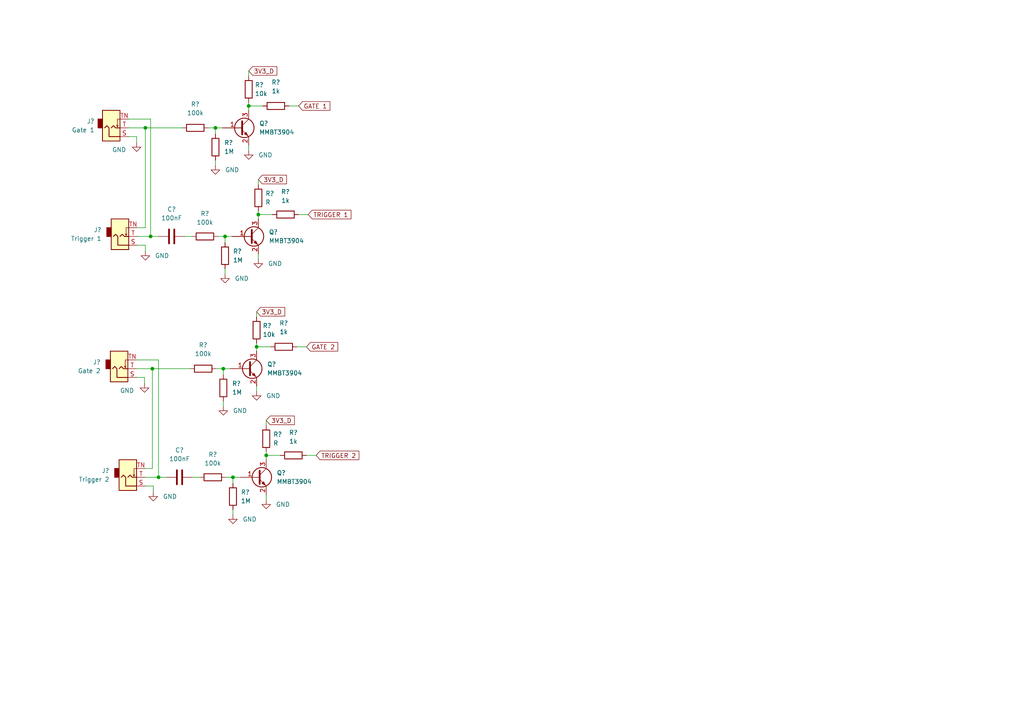
<source format=kicad_sch>
(kicad_sch (version 20211123) (generator eeschema)
  (paper "A4")
  (lib_symbols
    (symbol "Connector:AudioJack2_SwitchT"
      (property "Reference" "J" (at 0 8.89 0))
      (property "Value" "AudioJack2_SwitchT" (at 0 6.35 0))
      (symbol "AudioJack2_SwitchT_0_1"
        (rectangle (start -2.54 0) (end -3.81 -2.54) (stroke (width 0.254)) (fill (type outline)))
        (polyline (pts (xy 1.778 -0.254) (xy 2.032 -0.762)))
        (polyline (pts (xy 0 0) (xy 0.635 -0.635) (xy 1.27 0) (xy 2.54 0)) (stroke (width 0.254)))
        (polyline (pts (xy 2.54 -2.54) (xy 1.778 -2.54) (xy 1.778 -0.254) (xy 1.524 -0.762)))
        (polyline (pts (xy 2.54 2.54) (xy -0.635 2.54) (xy -0.635 0) (xy -1.27 -0.635) (xy -1.905 0)) (stroke (width 0.254)))
        (rectangle (start 2.54 3.81) (end -2.54 -5.08) (stroke (width 0.254)) (fill (type background)))
      )
      (symbol "AudioJack2_SwitchT_1_1"
        (pin passive line (at 5.08 2.54 180) (length 2.54) (name "~") (number "S"))
        (pin passive line (at 5.08 0 180) (length 2.54) (name "~") (number "T"))
        (pin passive line (at 5.08 -2.54 180) (length 2.54) (name "~") (number "TN"))
      )
    )
    (symbol "Device:C" (pin_numbers hide) (pin_names (offset 0.254))
      (property "Reference" "C" (at 0.635 2.54 0))
      (property "Value" "C" (at 0.635 -2.54 0))
      (symbol "C_0_1"
        (polyline (pts (xy -2.032 -0.762) (xy 2.032 -0.762)) (stroke (width 0.508)))
        (polyline (pts (xy -2.032 0.762) (xy 2.032 0.762)) (stroke (width 0.508)))
      )
      (symbol "C_1_1"
        (pin passive line (at 0 3.81 270) (length 2.794) (name "~") (number "1"))
        (pin passive line (at 0 -3.81 90) (length 2.794) (name "~") (number "2"))
      )
    )
    (symbol "Device:R" (pin_numbers hide) (pin_names (offset 0))
      (property "Reference" "R" (at 2.032 0 90))
      (property "Value" "R" (at 0 0 90))
      (symbol "R_0_1"
        (rectangle (start -1.016 -2.54) (end 1.016 2.54) (stroke (width 0.254)))
      )
      (symbol "R_1_1"
        (pin passive line (at 0 3.81 270) (length 1.27) (name "~") (number "1"))
        (pin passive line (at 0 -3.81 90) (length 1.27) (name "~") (number "2"))
      )
    )
    (symbol "Transistor_BJT:MMBT3904" (pin_names (offset 0) hide)
      (property "Reference" "Q" (at 5.08 1.905 0))
      (property "Value" "MMBT3904" (at 5.08 0 0))
      (symbol "MMBT3904_0_1"
        (polyline (pts (xy 0.635 0.635) (xy 2.54 2.54)))
        (polyline (pts (xy 0.635 -0.635) (xy 2.54 -2.54) (xy 2.54 -2.54)))
        (polyline (pts (xy 0.635 1.905) (xy 0.635 -1.905) (xy 0.635 -1.905)) (stroke (width 0.508)))
        (polyline (pts (xy 1.27 -1.778) (xy 1.778 -1.27) (xy 2.286 -2.286) (xy 1.27 -1.778) (xy 1.27 -1.778)) (fill (type outline)))
        (circle (center 1.27 0) (radius 2.8194) (stroke (width 0.254)))
      )
      (symbol "MMBT3904_1_1"
        (pin input line (at -5.08 0 0) (length 5.715) (name "B") (number "1"))
        (pin passive line (at 2.54 -5.08 90) (length 2.54) (name "E") (number "2"))
        (pin passive line (at 2.54 5.08 270) (length 2.54) (name "C") (number "3"))
      )
    )
    (symbol "power:GND" (power) (pin_names (offset 0))
      (property "Value" "GND" (at 0 -3.81 0))
      (symbol "GND_0_1"
        (polyline (pts (xy 0 0) (xy 0 -1.27) (xy 1.27 -1.27) (xy 0 -2.54) (xy -1.27 -1.27) (xy 0 -1.27)))
      )
      (symbol "GND_1_1"
        (pin power_in line (at 0 0 270) (length 0) hide (name "GND") (number "1"))
      )
    )
  )
  (junction (at 65.278 68.58))
  (junction (at 62.484 37.084))
  (junction (at 42.164 37.084))
  (junction (at 64.77 106.934))
  (junction (at 72.136 30.734))
  (junction (at 74.422 100.584))
  (junction (at 74.93 62.23))
  (junction (at 45.974 138.43))
  (junction (at 67.564 138.43))
  (junction (at 44.196 106.934))
  (junction (at 43.688 68.58))
  (junction (at 77.216 132.08))
  (wire (pts (xy 44.45 142.748) (xy 44.45 140.97)))
  (wire (pts (xy 44.196 106.934) (xy 55.118 106.934)))
  (wire (pts (xy 55.88 138.43) (xy 57.912 138.43)))
  (wire (pts (xy 65.278 68.58) (xy 67.31 68.58)))
  (wire (pts (xy 39.624 39.624) (xy 37.338 39.624)))
  (wire (pts (xy 77.216 131.064) (xy 77.216 132.08)))
  (wire (pts (xy 74.93 61.214) (xy 74.93 62.23)))
  (wire (pts (xy 37.338 34.544) (xy 43.688 34.544)))
  (wire (pts (xy 72.136 30.734) (xy 72.136 32.004)))
  (wire (pts (xy 74.422 90.424) (xy 74.422 91.948)))
  (wire (pts (xy 39.624 106.934) (xy 44.196 106.934)))
  (wire (pts (xy 74.93 52.07) (xy 74.93 53.594)))
  (wire (pts (xy 44.45 140.97) (xy 42.164 140.97)))
  (wire (pts (xy 62.484 37.084) (xy 62.484 38.862)))
  (wire (pts (xy 77.216 121.92) (xy 77.216 123.444)))
  (wire (pts (xy 43.688 34.544) (xy 43.688 68.58)))
  (wire (pts (xy 41.91 111.252) (xy 41.91 109.474)))
  (wire (pts (xy 74.422 100.584) (xy 74.422 101.854)))
  (wire (pts (xy 39.878 68.58) (xy 43.688 68.58)))
  (wire (pts (xy 72.136 29.718) (xy 72.136 30.734)))
  (wire (pts (xy 64.77 106.934) (xy 64.77 108.712)))
  (wire (pts (xy 64.77 116.332) (xy 64.77 117.856)))
  (wire (pts (xy 39.878 66.04) (xy 42.164 66.04)))
  (wire (pts (xy 45.974 104.394) (xy 45.974 138.43)))
  (wire (pts (xy 53.594 68.58) (xy 55.626 68.58)))
  (wire (pts (xy 72.136 42.164) (xy 72.136 43.688)))
  (wire (pts (xy 67.564 138.43) (xy 69.596 138.43)))
  (wire (pts (xy 83.82 30.734) (xy 86.614 30.734)))
  (wire (pts (xy 42.164 72.898) (xy 42.164 71.12)))
  (wire (pts (xy 74.422 112.014) (xy 74.422 113.538)))
  (wire (pts (xy 45.974 138.43) (xy 48.26 138.43)))
  (wire (pts (xy 77.216 132.08) (xy 81.28 132.08)))
  (wire (pts (xy 65.278 68.58) (xy 65.278 70.358)))
  (wire (pts (xy 39.624 41.402) (xy 39.624 39.624)))
  (wire (pts (xy 44.196 135.89) (xy 44.196 106.934)))
  (wire (pts (xy 60.452 37.084) (xy 62.484 37.084)))
  (wire (pts (xy 77.216 143.51) (xy 77.216 145.034)))
  (wire (pts (xy 39.624 104.394) (xy 45.974 104.394)))
  (wire (pts (xy 62.484 37.084) (xy 64.516 37.084)))
  (wire (pts (xy 67.564 147.828) (xy 67.564 149.352)))
  (wire (pts (xy 86.614 62.23) (xy 89.408 62.23)))
  (wire (pts (xy 88.9 132.08) (xy 91.694 132.08)))
  (wire (pts (xy 42.164 66.04) (xy 42.164 37.084)))
  (wire (pts (xy 41.91 109.474) (xy 39.624 109.474)))
  (wire (pts (xy 42.164 135.89) (xy 44.196 135.89)))
  (wire (pts (xy 43.688 68.58) (xy 45.974 68.58)))
  (wire (pts (xy 72.136 20.574) (xy 72.136 22.098)))
  (wire (pts (xy 74.422 99.568) (xy 74.422 100.584)))
  (wire (pts (xy 74.93 73.66) (xy 74.93 75.184)))
  (wire (pts (xy 77.216 132.08) (xy 77.216 133.35)))
  (wire (pts (xy 62.484 46.482) (xy 62.484 48.006)))
  (wire (pts (xy 42.164 138.43) (xy 45.974 138.43)))
  (wire (pts (xy 74.422 100.584) (xy 78.486 100.584)))
  (wire (pts (xy 62.738 106.934) (xy 64.77 106.934)))
  (wire (pts (xy 64.77 106.934) (xy 66.802 106.934)))
  (wire (pts (xy 86.106 100.584) (xy 88.9 100.584)))
  (wire (pts (xy 42.164 37.084) (xy 52.832 37.084)))
  (wire (pts (xy 74.93 62.23) (xy 74.93 63.5)))
  (wire (pts (xy 74.93 62.23) (xy 78.994 62.23)))
  (wire (pts (xy 72.136 30.734) (xy 76.2 30.734)))
  (wire (pts (xy 65.532 138.43) (xy 67.564 138.43)))
  (wire (pts (xy 65.278 77.978) (xy 65.278 79.502)))
  (wire (pts (xy 37.338 37.084) (xy 42.164 37.084)))
  (wire (pts (xy 63.246 68.58) (xy 65.278 68.58)))
  (wire (pts (xy 42.164 71.12) (xy 39.878 71.12)))
  (wire (pts (xy 67.564 138.43) (xy 67.564 140.208)))
  (global_label "3V3_D" (shape input) (at 77.216 121.92 0) (property "Intersheet References" "${INTERSHEET_REFS}" (effects hide)))
  (global_label "GATE 2" (shape input) (at 88.9 100.584 0) (property "Intersheet References" "${INTERSHEET_REFS}" (effects hide)))
  (global_label "3V3_D" (shape input) (at 74.93 52.07 0) (property "Intersheet References" "${INTERSHEET_REFS}" (effects hide)))
  (global_label "3V3_D" (shape input) (at 72.136 20.574 0) (property "Intersheet References" "${INTERSHEET_REFS}" (effects hide)))
  (global_label "TRIGGER 2" (shape input) (at 91.694 132.08 0) (property "Intersheet References" "${INTERSHEET_REFS}" (effects hide)))
  (global_label "GATE 1" (shape input) (at 86.614 30.734 0) (property "Intersheet References" "${INTERSHEET_REFS}" (effects hide)))
  (global_label "TRIGGER 1" (shape input) (at 89.408 62.23 0) (property "Intersheet References" "${INTERSHEET_REFS}" (effects hide)))
  (global_label "3V3_D" (shape input) (at 74.422 90.424 0) (property "Intersheet References" "${INTERSHEET_REFS}" (effects hide)))
  (symbol (lib_id "Device:R") (at 65.278 74.168 180) (unit 1)
    (property "Reference" "R?" (at 67.564 72.8979 0) (effects (justify right)))
    (property "Value" "1M" (at 67.564 75.4379 0) (effects (justify right)))
  )
  (symbol (lib_id "Device:R") (at 67.564 144.018 180) (unit 1)
    (property "Reference" "R?" (at 69.85 142.7479 0) (effects (justify right)))
    (property "Value" "1M" (at 69.85 145.2879 0) (effects (justify right)))
  )
  (symbol (lib_id "Device:R") (at 72.136 25.908 180) (unit 1)
    (property "Reference" "R?" (at 73.914 24.6379 0) (effects (justify right)))
    (property "Value" "10k" (at 73.914 27.1779 0) (effects (justify right)))
  )
  (symbol (lib_id "Device:R") (at 82.804 62.23 270) (unit 1)
    (property "Reference" "R?" (at 82.804 55.626 90))
    (property "Value" "1k" (at 82.804 58.166 90))
  )
  (symbol (lib_id "Device:R") (at 77.216 127.254 180) (unit 1)
    (property "Reference" "R?" (at 79.248 125.9839 0) (effects (justify right)))
    (property "Value" "R" (at 79.248 128.5239 0) (effects (justify right)))
  )
  (symbol (lib_id "power:GND") (at 74.422 113.538 0) (unit 1)
    (property "Reference" "#PWR?" (effects hide))
    (property "Value" "GND" (at 77.216 114.8079 0) (effects (justify left)))
  )
  (symbol (lib_id "Device:R") (at 56.642 37.084 90) (unit 1)
    (property "Reference" "R?" (at 56.642 30.226 90))
    (property "Value" "100k" (at 56.642 32.766 90))
  )
  (symbol (lib_id "Device:R") (at 74.422 95.758 180) (unit 1)
    (property "Reference" "R?" (at 76.2 94.4879 0) (effects (justify right)))
    (property "Value" "10k" (at 76.2 97.0279 0) (effects (justify right)))
  )
  (symbol (lib_id "Transistor_BJT:MMBT3904") (at 69.596 37.084 0) (unit 1)
    (property "Reference" "Q?" (at 75.184 35.8139 0) (effects (justify left)))
    (property "Value" "MMBT3904" (at 75.184 38.3539 0) (effects (justify left)))
    (property "Footprint" "Package_TO_SOT_SMD:SOT-23" (effects hide))
    (property "Datasheet" "https://www.onsemi.com/pub/Collateral/2N3903-D.PDF" (effects hide))
  )
  (symbol (lib_id "Device:R") (at 74.93 57.404 180) (unit 1)
    (property "Reference" "R?" (at 76.962 56.1339 0) (effects (justify right)))
    (property "Value" "R" (at 76.962 58.6739 0) (effects (justify right)))
  )
  (symbol (lib_id "Device:R") (at 59.436 68.58 90) (unit 1)
    (property "Reference" "R?" (at 59.436 61.976 90))
    (property "Value" "100k" (at 59.436 64.516 90))
  )
  (symbol (lib_id "power:GND") (at 72.136 43.688 0) (unit 1)
    (property "Reference" "#PWR?" (effects hide))
    (property "Value" "GND" (at 74.93 44.9579 0) (effects (justify left)))
  )
  (symbol (lib_id "power:GND") (at 74.93 75.184 0) (unit 1)
    (property "Reference" "#PWR?" (effects hide))
    (property "Value" "GND" (at 77.724 76.4539 0) (effects (justify left)))
  )
  (symbol (lib_id "power:GND") (at 42.164 72.898 0) (unit 1)
    (property "Reference" "#PWR?" (effects hide))
    (property "Value" "GND" (at 44.958 74.1679 0) (effects (justify left)))
  )
  (symbol (lib_id "power:GND") (at 39.624 41.402 0) (unit 1)
    (property "Reference" "#PWR?" (effects hide))
    (property "Value" "GND" (at 32.512 43.4339 0) (effects (justify left)))
  )
  (symbol (lib_id "power:GND") (at 67.564 149.352 0) (unit 1)
    (property "Reference" "#PWR?" (effects hide))
    (property "Value" "GND" (at 70.358 150.6219 0) (effects (justify left)))
  )
  (symbol (lib_id "Device:R") (at 62.484 42.672 180) (unit 1)
    (property "Reference" "R?" (at 65.024 41.4019 0) (effects (justify right)))
    (property "Value" "1M" (at 65.024 43.9419 0) (effects (justify right)))
  )
  (symbol (lib_id "Connector:AudioJack2_SwitchT") (at 32.258 37.084 0) (mirror x) (unit 1)
    (property "Reference" "J?" (at 27.432 35.1789 0) (effects (justify right)))
    (property "Value" "Gate 1" (at 27.432 37.7189 0) (effects (justify right)))
    (property "Footprint" "Connector_Audio:Jack_3.5mm_QingPu_WQP-PJ398SM_Vertical_CircularHoles" (effects hide))
  )
  (symbol (lib_id "Device:R") (at 80.01 30.734 270) (unit 1)
    (property "Reference" "R?" (at 80.01 23.876 90))
    (property "Value" "1k" (at 80.01 26.416 90))
  )
  (symbol (lib_id "power:GND") (at 65.278 79.502 0) (unit 1)
    (property "Reference" "#PWR?" (effects hide))
    (property "Value" "GND" (at 68.072 80.7719 0) (effects (justify left)))
  )
  (symbol (lib_id "power:GND") (at 62.484 48.006 0) (unit 1)
    (property "Reference" "#PWR?" (effects hide))
    (property "Value" "GND" (at 65.278 49.2759 0) (effects (justify left)))
  )
  (symbol (lib_id "Device:C") (at 49.784 68.58 90) (unit 1)
    (property "Reference" "C?" (at 49.784 60.706 90))
    (property "Value" "100nF" (at 49.784 63.246 90))
  )
  (symbol (lib_id "Transistor_BJT:MMBT3904") (at 72.39 68.58 0) (unit 1)
    (property "Reference" "Q?" (at 77.978 67.3099 0) (effects (justify left)))
    (property "Value" "MMBT3904" (at 77.978 69.8499 0) (effects (justify left)))
    (property "Footprint" "Package_TO_SOT_SMD:SOT-23" (effects hide))
    (property "Datasheet" "https://www.onsemi.com/pub/Collateral/2N3903-D.PDF" (effects hide))
  )
  (symbol (lib_id "Device:C") (at 52.07 138.43 90) (unit 1)
    (property "Reference" "C?" (at 52.07 130.556 90))
    (property "Value" "100nF" (at 52.07 133.096 90))
  )
  (symbol (lib_id "power:GND") (at 64.77 117.856 0) (unit 1)
    (property "Reference" "#PWR?" (effects hide))
    (property "Value" "GND" (at 67.564 119.1259 0) (effects (justify left)))
  )
  (symbol (lib_id "Device:R") (at 82.296 100.584 270) (unit 1)
    (property "Reference" "R?" (at 82.296 93.726 90))
    (property "Value" "1k" (at 82.296 96.266 90))
  )
  (symbol (lib_id "power:GND") (at 41.91 111.252 0) (unit 1)
    (property "Reference" "#PWR?" (effects hide))
    (property "Value" "GND" (at 34.798 113.2839 0) (effects (justify left)))
  )
  (symbol (lib_id "Connector:AudioJack2_SwitchT") (at 34.798 68.58 0) (mirror x) (unit 1)
    (property "Reference" "J?" (at 29.464 66.6749 0) (effects (justify right)))
    (property "Value" "Trigger 1" (at 29.464 69.2149 0) (effects (justify right)))
    (property "Footprint" "Connector_Audio:Jack_3.5mm_QingPu_WQP-PJ398SM_Vertical_CircularHoles" (effects hide))
  )
  (symbol (lib_id "Connector:AudioJack2_SwitchT") (at 37.084 138.43 0) (mirror x) (unit 1)
    (property "Reference" "J?" (at 31.75 136.5249 0) (effects (justify right)))
    (property "Value" "Trigger 2" (at 31.75 139.0649 0) (effects (justify right)))
    (property "Footprint" "Connector_Audio:Jack_3.5mm_QingPu_WQP-PJ398SM_Vertical_CircularHoles" (effects hide))
  )
  (symbol (lib_id "Transistor_BJT:MMBT3904") (at 74.676 138.43 0) (unit 1)
    (property "Reference" "Q?" (at 80.264 137.1599 0) (effects (justify left)))
    (property "Value" "MMBT3904" (at 80.264 139.6999 0) (effects (justify left)))
    (property "Footprint" "Package_TO_SOT_SMD:SOT-23" (effects hide))
    (property "Datasheet" "https://www.onsemi.com/pub/Collateral/2N3903-D.PDF" (effects hide))
  )
  (symbol (lib_id "Transistor_BJT:MMBT3904") (at 71.882 106.934 0) (unit 1)
    (property "Reference" "Q?" (at 77.47 105.6639 0) (effects (justify left)))
    (property "Value" "MMBT3904" (at 77.47 108.2039 0) (effects (justify left)))
    (property "Footprint" "Package_TO_SOT_SMD:SOT-23" (effects hide))
    (property "Datasheet" "https://www.onsemi.com/pub/Collateral/2N3903-D.PDF" (effects hide))
  )
  (symbol (lib_id "power:GND") (at 44.45 142.748 0) (unit 1)
    (property "Reference" "#PWR?" (effects hide))
    (property "Value" "GND" (at 47.244 144.0179 0) (effects (justify left)))
  )
  (symbol (lib_id "Connector:AudioJack2_SwitchT") (at 34.544 106.934 0) (mirror x) (unit 1)
    (property "Reference" "J?" (at 29.21 105.0289 0) (effects (justify right)))
    (property "Value" "Gate 2" (at 29.21 107.5689 0) (effects (justify right)))
    (property "Footprint" "Connector_Audio:Jack_3.5mm_QingPu_WQP-PJ398SM_Vertical_CircularHoles" (effects hide))
  )
  (symbol (lib_id "Device:R") (at 58.928 106.934 90) (unit 1)
    (property "Reference" "R?" (at 58.928 100.076 90))
    (property "Value" "100k" (at 58.928 102.616 90))
  )
  (symbol (lib_id "power:GND") (at 77.216 145.034 0) (unit 1)
    (property "Reference" "#PWR?" (effects hide))
    (property "Value" "GND" (at 80.01 146.3039 0) (effects (justify left)))
  )
  (symbol (lib_id "Device:R") (at 64.77 112.522 180) (unit 1)
    (property "Reference" "R?" (at 67.31 111.2519 0) (effects (justify right)))
    (property "Value" "1M" (at 67.31 113.7919 0) (effects (justify right)))
  )
  (symbol (lib_id "Device:R") (at 61.722 138.43 90) (unit 1)
    (property "Reference" "R?" (at 61.722 131.826 90))
    (property "Value" "100k" (at 61.722 134.366 90))
  )
  (symbol (lib_id "Device:R") (at 85.09 132.08 270) (unit 1)
    (property "Reference" "R?" (at 85.09 125.476 90))
    (property "Value" "1k" (at 85.09 128.016 90))
  )
)
</source>
